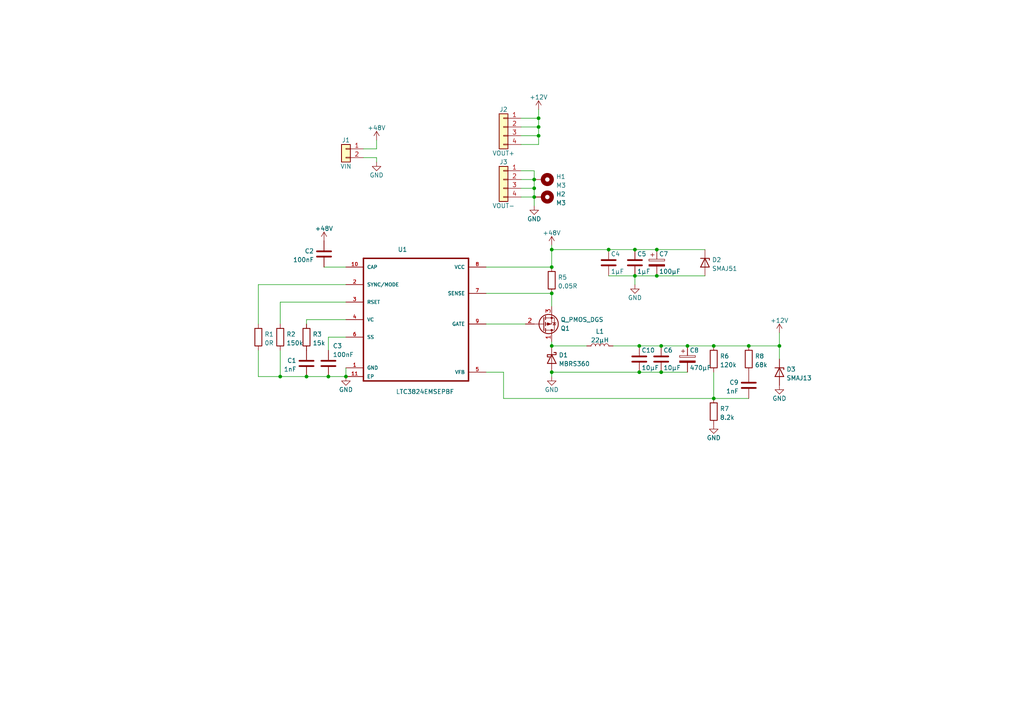
<source format=kicad_sch>
(kicad_sch (version 20211123) (generator eeschema)
  (paper "A4")
  (title_block (title "48V -> 12V buck regulator") (date "2023-02-10") (rev "1") (company "Hacklab Jyväskylä / Petteri Aimonen"))
  (lib_symbols
    (symbol "Connector_Generic:Conn_01x02" (pin_names (offset 1.016) hide)
      (property "Reference" "J" (at 0 2.54 0))
      (property "Value" "Conn_01x02" (at 0 -5.08 0))
      (symbol "Conn_01x02_1_1"
        (rectangle (start -1.27 -2.413) (end 0 -2.667) (stroke (width 0.1524)))
        (rectangle (start -1.27 0.127) (end 0 -0.127) (stroke (width 0.1524)))
        (rectangle (start -1.27 1.27) (end 1.27 -3.81) (stroke (width 0.254)) (fill (type background)))
        (pin passive line (at -5.08 0 0) (length 3.81) (name "Pin_1") (number "1"))
        (pin passive line (at -5.08 -2.54 0) (length 3.81) (name "Pin_2") (number "2"))
      )
    )
    (symbol "Connector_Generic:Conn_01x04" (pin_names (offset 1.016) hide)
      (property "Reference" "J" (at 0 5.08 0))
      (property "Value" "Conn_01x04" (at 0 -7.62 0))
      (symbol "Conn_01x04_1_1"
        (rectangle (start -1.27 -4.953) (end 0 -5.207) (stroke (width 0.1524)))
        (rectangle (start -1.27 -2.413) (end 0 -2.667) (stroke (width 0.1524)))
        (rectangle (start -1.27 0.127) (end 0 -0.127) (stroke (width 0.1524)))
        (rectangle (start -1.27 2.667) (end 0 2.413) (stroke (width 0.1524)))
        (rectangle (start -1.27 3.81) (end 1.27 -6.35) (stroke (width 0.254)) (fill (type background)))
        (pin passive line (at -5.08 2.54 0) (length 3.81) (name "Pin_1") (number "1"))
        (pin passive line (at -5.08 0 0) (length 3.81) (name "Pin_2") (number "2"))
        (pin passive line (at -5.08 -2.54 0) (length 3.81) (name "Pin_3") (number "3"))
        (pin passive line (at -5.08 -5.08 0) (length 3.81) (name "Pin_4") (number "4"))
      )
    )
    (symbol "Device:C" (pin_numbers hide) (pin_names (offset 0.254))
      (property "Reference" "C" (at 0.635 2.54 0))
      (property "Value" "C" (at 0.635 -2.54 0))
      (symbol "C_0_1"
        (polyline (pts (xy -2.032 -0.762) (xy 2.032 -0.762)) (stroke (width 0.508)))
        (polyline (pts (xy -2.032 0.762) (xy 2.032 0.762)) (stroke (width 0.508)))
      )
      (symbol "C_1_1"
        (pin passive line (at 0 3.81 270) (length 2.794) (name "~") (number "1"))
        (pin passive line (at 0 -3.81 90) (length 2.794) (name "~") (number "2"))
      )
    )
    (symbol "Device:C_Polarized" (pin_numbers hide) (pin_names (offset 0.254))
      (property "Reference" "C" (at 0.635 2.54 0))
      (property "Value" "C_Polarized" (at 0.635 -2.54 0))
      (symbol "C_Polarized_0_1"
        (rectangle (start -2.286 0.508) (end 2.286 1.016))
        (polyline (pts (xy -1.778 2.286) (xy -0.762 2.286)))
        (polyline (pts (xy -1.27 2.794) (xy -1.27 1.778)))
        (rectangle (start 2.286 -0.508) (end -2.286 -1.016) (fill (type outline)))
      )
      (symbol "C_Polarized_1_1"
        (pin passive line (at 0 3.81 270) (length 2.794) (name "~") (number "1"))
        (pin passive line (at 0 -3.81 90) (length 2.794) (name "~") (number "2"))
      )
    )
    (symbol "Device:D_Schottky" (pin_numbers hide) (pin_names (offset 1.016) hide)
      (property "Reference" "D" (at 0 2.54 0))
      (property "Value" "D_Schottky" (at 0 -2.54 0))
      (symbol "D_Schottky_0_1"
        (polyline (pts (xy 1.27 0) (xy -1.27 0)))
        (polyline (pts (xy 1.27 1.27) (xy 1.27 -1.27) (xy -1.27 0) (xy 1.27 1.27)) (stroke (width 0.254)))
        (polyline (pts (xy -1.905 0.635) (xy -1.905 1.27) (xy -1.27 1.27) (xy -1.27 -1.27) (xy -0.635 -1.27) (xy -0.635 -0.635)) (stroke (width 0.254)))
      )
      (symbol "D_Schottky_1_1"
        (pin passive line (at -3.81 0 0) (length 2.54) (name "K") (number "1"))
        (pin passive line (at 3.81 0 180) (length 2.54) (name "A") (number "2"))
      )
    )
    (symbol "Device:D_Zener" (pin_numbers hide) (pin_names (offset 1.016) hide)
      (property "Reference" "D" (at 0 2.54 0))
      (property "Value" "D_Zener" (at 0 -2.54 0))
      (symbol "D_Zener_0_1"
        (polyline (pts (xy 1.27 0) (xy -1.27 0)))
        (polyline (pts (xy -1.27 -1.27) (xy -1.27 1.27) (xy -0.762 1.27)) (stroke (width 0.254)))
        (polyline (pts (xy 1.27 -1.27) (xy 1.27 1.27) (xy -1.27 0) (xy 1.27 -1.27)) (stroke (width 0.254)))
      )
      (symbol "D_Zener_1_1"
        (pin passive line (at -3.81 0 0) (length 2.54) (name "K") (number "1"))
        (pin passive line (at 3.81 0 180) (length 2.54) (name "A") (number "2"))
      )
    )
    (symbol "Device:L" (pin_numbers hide) (pin_names (offset 1.016) hide)
      (property "Reference" "L" (at -1.27 0 90))
      (property "Value" "L" (at 1.905 0 90))
      (symbol "L_0_1"
        (arc (start 0 -2.54) (mid 0.635 -1.905) (end 0 -1.27))
        (arc (start 0 -1.27) (mid 0.635 -0.635) (end 0 0))
        (arc (start 0 0) (mid 0.635 0.635) (end 0 1.27))
        (arc (start 0 1.27) (mid 0.635 1.905) (end 0 2.54))
      )
      (symbol "L_1_1"
        (pin passive line (at 0 3.81 270) (length 1.27) (name "1") (number "1"))
        (pin passive line (at 0 -3.81 90) (length 1.27) (name "2") (number "2"))
      )
    )
    (symbol "Device:Q_PMOS_DGS" (pin_names (offset 0) hide)
      (property "Reference" "Q" (at 5.08 1.27 0))
      (property "Value" "Q_PMOS_DGS" (at 5.08 -1.27 0))
      (symbol "Q_PMOS_DGS_0_1"
        (polyline (pts (xy 0.254 0) (xy -2.54 0)))
        (polyline (pts (xy 0.254 1.905) (xy 0.254 -1.905)) (stroke (width 0.254)))
        (polyline (pts (xy 0.762 -1.27) (xy 0.762 -2.286)) (stroke (width 0.254)))
        (polyline (pts (xy 0.762 0.508) (xy 0.762 -0.508)) (stroke (width 0.254)))
        (polyline (pts (xy 0.762 2.286) (xy 0.762 1.27)) (stroke (width 0.254)))
        (polyline (pts (xy 2.54 2.54) (xy 2.54 1.778)))
        (polyline (pts (xy 2.54 -2.54) (xy 2.54 0) (xy 0.762 0)))
        (polyline (pts (xy 0.762 1.778) (xy 3.302 1.778) (xy 3.302 -1.778) (xy 0.762 -1.778)))
        (polyline (pts (xy 2.286 0) (xy 1.27 0.381) (xy 1.27 -0.381) (xy 2.286 0)) (fill (type outline)))
        (polyline (pts (xy 2.794 -0.508) (xy 2.921 -0.381) (xy 3.683 -0.381) (xy 3.81 -0.254)))
        (polyline (pts (xy 3.302 -0.381) (xy 2.921 0.254) (xy 3.683 0.254) (xy 3.302 -0.381)))
        (circle (center 1.651 0) (radius 2.794) (stroke (width 0.254)))
        (circle (center 2.54 -1.778) (radius 0.254) (fill (type outline)))
        (circle (center 2.54 1.778) (radius 0.254) (fill (type outline)))
      )
      (symbol "Q_PMOS_DGS_1_1"
        (pin passive line (at 2.54 5.08 270) (length 2.54) (name "D") (number "1"))
        (pin input line (at -5.08 0 0) (length 2.54) (name "G") (number "2"))
        (pin passive line (at 2.54 -5.08 90) (length 2.54) (name "S") (number "3"))
      )
    )
    (symbol "Device:R" (pin_numbers hide) (pin_names (offset 0))
      (property "Reference" "R" (at 2.032 0 90))
      (property "Value" "R" (at 0 0 90))
      (symbol "R_0_1"
        (rectangle (start -1.016 -2.54) (end 1.016 2.54) (stroke (width 0.254)))
      )
      (symbol "R_1_1"
        (pin passive line (at 0 3.81 270) (length 1.27) (name "~") (number "1"))
        (pin passive line (at 0 -3.81 90) (length 1.27) (name "~") (number "2"))
      )
    )
    (symbol "Mechanical:MountingHole_Pad" (pin_numbers hide) (pin_names (offset 1.016) hide)
      (property "Reference" "H" (at 0 6.35 0))
      (property "Value" "MountingHole_Pad" (at 0 4.445 0))
      (symbol "MountingHole_Pad_0_1"
        (circle (center 0 1.27) (radius 1.27) (stroke (width 1.27)))
      )
      (symbol "MountingHole_Pad_1_1"
        (pin input line (at 0 -2.54 90) (length 2.54) (name "1") (number "1"))
      )
    )
    (symbol "buck_regulator:LTC3824EMSEPBF" (pin_names (offset 1.016))
      (property "Reference" "U" (at -5.2832 17.8054 0))
      (property "Value" "LTC3824EMSEPBF" (at -5.842 -23.4442 0))
      (symbol "LTC3824EMSEPBF_0_0"
        (polyline (pts (xy -15.24 -20.32) (xy 15.24 -20.32)) (stroke (width 0.4064)))
        (polyline (pts (xy -15.24 15.24) (xy -15.24 -20.32)) (stroke (width 0.4064)))
        (polyline (pts (xy 15.24 -20.32) (xy 15.24 15.24)) (stroke (width 0.4064)))
        (polyline (pts (xy 15.24 15.24) (xy -15.24 15.24)) (stroke (width 0.4064)))
        (pin passive line (at -20.32 -16.51 0) (length 5.08) (name "GND") (number "1"))
        (pin passive line (at -20.32 12.7 0) (length 5.08) (name "CAP") (number "10"))
        (pin passive line (at -20.32 -19.05 0) (length 5.08) (name "EP") (number "11"))
        (pin input line (at -20.32 7.62 0) (length 5.08) (name "SYNC/MODE") (number "2"))
        (pin input line (at -20.32 2.54 0) (length 5.08) (name "RSET") (number "3"))
        (pin output line (at -20.32 -2.54 0) (length 5.08) (name "VC") (number "4"))
        (pin input line (at 20.32 -17.78 180) (length 5.08) (name "VFB") (number "5"))
        (pin input line (at -20.32 -7.62 0) (length 5.08) (name "SS") (number "6"))
        (pin input line (at 20.32 5.08 180) (length 5.08) (name "SENSE") (number "7"))
        (pin input line (at 20.32 12.7 180) (length 5.08) (name "VCC") (number "8"))
        (pin output line (at 20.32 -3.81 180) (length 5.08) (name "GATE") (number "9"))
      )
    )
    (symbol "power:+12V" (power) (pin_names (offset 0))
      (property "Value" "+12V" (at 0 3.556 0))
      (symbol "+12V_0_1"
        (polyline (pts (xy -0.762 1.27) (xy 0 2.54)))
        (polyline (pts (xy 0 0) (xy 0 2.54)))
        (polyline (pts (xy 0 2.54) (xy 0.762 1.27)))
      )
      (symbol "+12V_1_1"
        (pin power_in line (at 0 0 90) (length 0) hide (name "+12V") (number "1"))
      )
    )
    (symbol "power:+48V" (power) (pin_names (offset 0))
      (property "Value" "+48V" (at 0 3.556 0))
      (symbol "+48V_0_1"
        (polyline (pts (xy -0.762 1.27) (xy 0 2.54)))
        (polyline (pts (xy 0 0) (xy 0 2.54)))
        (polyline (pts (xy 0 2.54) (xy 0.762 1.27)))
      )
      (symbol "+48V_1_1"
        (pin power_in line (at 0 0 90) (length 0) hide (name "+48V") (number "1"))
      )
    )
    (symbol "power:GND" (power) (pin_names (offset 0))
      (property "Value" "GND" (at 0 -3.81 0))
      (symbol "GND_0_1"
        (polyline (pts (xy 0 0) (xy 0 -1.27) (xy 1.27 -1.27) (xy 0 -2.54) (xy -1.27 -1.27) (xy 0 -1.27)))
      )
      (symbol "GND_1_1"
        (pin power_in line (at 0 0 270) (length 0) hide (name "GND") (number "1"))
      )
    )
  )
  (junction (at 185.42 107.95))
  (junction (at 100.33 109.22))
  (junction (at 95.25 109.22))
  (junction (at 154.94 52.07))
  (junction (at 184.15 80.01))
  (junction (at 81.28 109.22))
  (junction (at 156.21 39.37))
  (junction (at 154.94 54.61))
  (junction (at 160.02 77.47))
  (junction (at 184.15 72.39))
  (junction (at 191.77 100.33))
  (junction (at 190.5 80.01))
  (junction (at 185.42 100.33))
  (junction (at 160.02 107.95))
  (junction (at 156.21 34.29))
  (junction (at 160.02 100.33))
  (junction (at 156.21 36.83))
  (junction (at 190.5 72.39))
  (junction (at 207.01 115.57))
  (junction (at 88.9 109.22))
  (junction (at 226.06 100.33))
  (junction (at 207.01 100.33))
  (junction (at 160.02 85.09))
  (junction (at 176.53 72.39))
  (junction (at 154.94 57.15))
  (junction (at 217.17 100.33))
  (junction (at 199.39 100.33))
  (junction (at 191.77 107.95))
  (junction (at 160.02 72.39))
  (wire (pts (xy 176.53 80.01) (xy 184.15 80.01)))
  (wire (pts (xy 184.15 80.01) (xy 190.5 80.01)))
  (wire (pts (xy 160.02 71.12) (xy 160.02 72.39)))
  (wire (pts (xy 190.5 72.39) (xy 204.47 72.39)))
  (wire (pts (xy 105.41 43.18) (xy 109.22 43.18)))
  (wire (pts (xy 191.77 107.95) (xy 199.39 107.95)))
  (wire (pts (xy 151.13 34.29) (xy 156.21 34.29)))
  (wire (pts (xy 177.8 100.33) (xy 185.42 100.33)))
  (wire (pts (xy 88.9 109.22) (xy 95.25 109.22)))
  (wire (pts (xy 160.02 100.33) (xy 160.02 99.06)))
  (wire (pts (xy 74.93 109.22) (xy 81.28 109.22)))
  (wire (pts (xy 217.17 115.57) (xy 207.01 115.57)))
  (wire (pts (xy 100.33 106.68) (xy 100.33 109.22)))
  (wire (pts (xy 207.01 115.57) (xy 146.05 115.57)))
  (wire (pts (xy 176.53 72.39) (xy 184.15 72.39)))
  (wire (pts (xy 151.13 52.07) (xy 154.94 52.07)))
  (wire (pts (xy 154.94 49.53) (xy 154.94 52.07)))
  (wire (pts (xy 226.06 96.52) (xy 226.06 100.33)))
  (wire (pts (xy 156.21 31.75) (xy 156.21 34.29)))
  (wire (pts (xy 156.21 36.83) (xy 156.21 39.37)))
  (wire (pts (xy 190.5 80.01) (xy 204.47 80.01)))
  (wire (pts (xy 109.22 43.18) (xy 109.22 40.64)))
  (wire (pts (xy 74.93 82.55) (xy 100.33 82.55)))
  (wire (pts (xy 81.28 93.98) (xy 81.28 87.63)))
  (wire (pts (xy 226.06 100.33) (xy 217.17 100.33)))
  (wire (pts (xy 185.42 100.33) (xy 191.77 100.33)))
  (wire (pts (xy 95.25 97.79) (xy 95.25 101.6)))
  (wire (pts (xy 140.97 85.09) (xy 160.02 85.09)))
  (wire (pts (xy 207.01 100.33) (xy 217.17 100.33)))
  (wire (pts (xy 160.02 85.09) (xy 160.02 88.9)))
  (wire (pts (xy 207.01 107.95) (xy 207.01 115.57)))
  (wire (pts (xy 160.02 107.95) (xy 185.42 107.95)))
  (wire (pts (xy 185.42 107.95) (xy 191.77 107.95)))
  (wire (pts (xy 81.28 87.63) (xy 100.33 87.63)))
  (wire (pts (xy 74.93 101.6) (xy 74.93 109.22)))
  (wire (pts (xy 140.97 93.98) (xy 152.4 93.98)))
  (wire (pts (xy 100.33 92.71) (xy 88.9 92.71)))
  (wire (pts (xy 95.25 109.22) (xy 100.33 109.22)))
  (wire (pts (xy 170.18 100.33) (xy 160.02 100.33)))
  (wire (pts (xy 146.05 115.57) (xy 146.05 107.95)))
  (wire (pts (xy 156.21 34.29) (xy 156.21 36.83)))
  (wire (pts (xy 74.93 93.98) (xy 74.93 82.55)))
  (wire (pts (xy 154.94 54.61) (xy 154.94 57.15)))
  (wire (pts (xy 154.94 52.07) (xy 154.94 54.61)))
  (wire (pts (xy 109.22 45.72) (xy 105.41 45.72)))
  (wire (pts (xy 199.39 100.33) (xy 207.01 100.33)))
  (wire (pts (xy 140.97 77.47) (xy 160.02 77.47)))
  (wire (pts (xy 156.21 41.91) (xy 151.13 41.91)))
  (wire (pts (xy 191.77 100.33) (xy 199.39 100.33)))
  (wire (pts (xy 160.02 72.39) (xy 176.53 72.39)))
  (wire (pts (xy 88.9 92.71) (xy 88.9 93.98)))
  (wire (pts (xy 151.13 36.83) (xy 156.21 36.83)))
  (wire (pts (xy 156.21 39.37) (xy 156.21 41.91)))
  (wire (pts (xy 109.22 46.99) (xy 109.22 45.72)))
  (wire (pts (xy 151.13 54.61) (xy 154.94 54.61)))
  (wire (pts (xy 184.15 72.39) (xy 190.5 72.39)))
  (wire (pts (xy 160.02 107.95) (xy 160.02 109.22)))
  (wire (pts (xy 151.13 39.37) (xy 156.21 39.37)))
  (wire (pts (xy 93.98 77.47) (xy 100.33 77.47)))
  (wire (pts (xy 154.94 57.15) (xy 154.94 59.69)))
  (wire (pts (xy 151.13 57.15) (xy 154.94 57.15)))
  (wire (pts (xy 146.05 107.95) (xy 140.97 107.95)))
  (wire (pts (xy 81.28 109.22) (xy 81.28 101.6)))
  (wire (pts (xy 226.06 100.33) (xy 226.06 104.14)))
  (wire (pts (xy 151.13 49.53) (xy 154.94 49.53)))
  (wire (pts (xy 88.9 109.22) (xy 81.28 109.22)))
  (wire (pts (xy 160.02 72.39) (xy 160.02 77.47)))
  (wire (pts (xy 100.33 97.79) (xy 95.25 97.79)))
  (wire (pts (xy 184.15 82.55) (xy 184.15 80.01)))
  (symbol (lib_id "Device:C") (at 184.15 76.2 0) (unit 1)
    (property "Reference" "C5" (at 184.785 73.66 0) (effects (justify left)))
    (property "Value" "1µF" (at 184.785 78.74 0) (effects (justify left)))
    (property "Footprint" "Capacitor_SMD:C_1210_3225Metric" (effects hide))
  )
  (symbol (lib_id "power:GND") (at 100.33 109.22 0) (unit 1)
    (property "Reference" "#PWR0102" (effects hide))
    (property "Value" "GND" (at 100.33 113.03 0))
  )
  (symbol (lib_id "Device:R") (at 88.9 97.79 180) (unit 1)
    (property "Reference" "R3" (at 90.678 96.9553 0) (effects (justify right)))
    (property "Value" "15k" (at 90.678 99.4922 0) (effects (justify right)))
    (property "Footprint" "Resistor_SMD:R_0603_1608Metric" (effects hide))
  )
  (symbol (lib_id "Device:D_Schottky") (at 160.02 104.14 270) (unit 1)
    (property "Reference" "D1" (at 162.052 102.9878 90) (effects (justify left)))
    (property "Value" "MBRS360" (at 162.052 105.5247 90) (effects (justify left)))
    (property "Footprint" "Diode_SMD:D_SMC" (effects hide))
  )
  (symbol (lib_id "power:+12V") (at 156.21 31.75 0) (unit 1)
    (property "Reference" "#PWR0112" (effects hide))
    (property "Value" "+12V" (at 156.21 28.194 0))
  )
  (symbol (lib_id "Device:C_Polarized") (at 190.5 76.2 0) (unit 1)
    (property "Reference" "C7" (at 191.135 73.66 0) (effects (justify left)))
    (property "Value" "100µF" (at 191.135 78.74 0) (effects (justify left)))
    (property "Footprint" "Capacitor_THT:CP_Radial_D10.0mm_P5.00mm" (effects hide))
  )
  (symbol (lib_id "Device:C") (at 93.98 73.66 0) (unit 1)
    (property "Reference" "C2" (at 91.059 72.8253 0) (effects (justify right)))
    (property "Value" "100nF" (at 91.059 75.3622 0) (effects (justify right)))
    (property "Footprint" "Capacitor_SMD:C_0603_1608Metric" (effects hide))
  )
  (symbol (lib_id "Device:D_Zener") (at 226.06 107.95 270) (unit 1)
    (property "Reference" "D3" (at 228.092 107.1153 90) (effects (justify left)))
    (property "Value" "SMAJ13" (at 228.092 109.6522 90) (effects (justify left)))
    (property "Footprint" "Diode_SMD:D_SMA" (effects hide))
  )
  (symbol (lib_id "Device:R") (at 160.02 81.28 0) (unit 1)
    (property "Reference" "R5" (at 161.798 80.4453 0) (effects (justify left)))
    (property "Value" "0.05R" (at 161.798 82.9822 0) (effects (justify left)))
    (property "Footprint" "Resistor_SMD:R_2512_6332Metric" (effects hide))
  )
  (symbol (lib_id "Mechanical:MountingHole_Pad") (at 157.48 52.07 270) (unit 1)
    (property "Reference" "H1" (at 161.29 51.2353 90) (effects (justify left)))
    (property "Value" "M3" (at 161.29 53.7722 90) (effects (justify left)))
    (property "Footprint" "MountingHole:MountingHole_3.2mm_M3_Pad" (effects hide))
  )
  (symbol (lib_id "Device:R") (at 74.93 97.79 0) (unit 1)
    (property "Reference" "R1" (at 76.708 96.9553 0) (effects (justify left)))
    (property "Value" "0R" (at 76.708 99.4922 0) (effects (justify left)))
    (property "Footprint" "Resistor_SMD:R_0603_1608Metric" (effects hide))
  )
  (symbol (lib_id "power:GND") (at 160.02 109.22 0) (unit 1)
    (property "Reference" "#PWR0108" (effects hide))
    (property "Value" "GND" (at 160.02 113.03 0))
  )
  (symbol (lib_id "Device:C_Polarized") (at 199.39 104.14 0) (unit 1)
    (property "Reference" "C8" (at 200.025 101.6 0) (effects (justify left)))
    (property "Value" "470µF" (at 200.025 106.68 0) (effects (justify left)))
    (property "Footprint" "Capacitor_THT:CP_Radial_D10.0mm_P5.00mm" (effects hide))
  )
  (symbol (lib_id "power:+48V") (at 109.22 40.64 0) (unit 1)
    (property "Reference" "#PWR0104" (effects hide))
    (property "Value" "+48V" (at 109.22 37.084 0))
  )
  (symbol (lib_id "power:+48V") (at 93.98 69.85 0) (unit 1)
    (property "Reference" "#PWR0101" (effects hide))
    (property "Value" "+48V" (at 93.98 66.294 0))
  )
  (symbol (lib_id "power:+12V") (at 226.06 96.52 0) (unit 1)
    (property "Reference" "#PWR0105" (effects hide))
    (property "Value" "+12V" (at 226.06 92.964 0))
  )
  (symbol (lib_id "Mechanical:MountingHole_Pad") (at 157.48 57.15 270) (unit 1)
    (property "Reference" "H2" (at 161.29 56.3153 90) (effects (justify left)))
    (property "Value" "M3" (at 161.29 58.8522 90) (effects (justify left)))
    (property "Footprint" "MountingHole:MountingHole_3.2mm_M3_Pad" (effects hide))
  )
  (symbol (lib_id "Device:Q_PMOS_DGS") (at 157.48 93.98 0) (mirror x) (unit 1)
    (property "Reference" "Q1" (at 162.56 95.25 0) (effects (justify left)))
    (property "Value" "Q_PMOS_DGS" (at 162.56 92.71 0) (effects (justify left)))
    (property "Footprint" "buck_regulator:TSM680P06" (effects hide))
  )
  (symbol (lib_id "Device:D_Zener") (at 204.47 76.2 270) (unit 1)
    (property "Reference" "D2" (at 206.502 75.3653 90) (effects (justify left)))
    (property "Value" "SMAJ51" (at 206.502 77.9022 90) (effects (justify left)))
    (property "Footprint" "Diode_SMD:D_SMA" (effects hide))
  )
  (symbol (lib_id "Device:R") (at 207.01 119.38 0) (unit 1)
    (property "Reference" "R7" (at 208.788 118.5453 0) (effects (justify left)))
    (property "Value" "8.2k" (at 208.788 121.0822 0) (effects (justify left)))
    (property "Footprint" "Resistor_SMD:R_0603_1608Metric" (effects hide))
  )
  (symbol (lib_id "power:+48V") (at 160.02 71.12 0) (unit 1)
    (property "Reference" "#PWR0110" (effects hide))
    (property "Value" "+48V" (at 160.02 67.564 0))
  )
  (symbol (lib_id "power:GND") (at 154.94 59.69 0) (unit 1)
    (property "Reference" "#PWR0111" (effects hide))
    (property "Value" "GND" (at 154.94 63.5 0))
  )
  (symbol (lib_id "Device:L") (at 173.99 100.33 90) (unit 1)
    (property "Reference" "L1" (at 173.99 96.1222 90))
    (property "Value" "22µH" (at 173.99 98.6591 90))
    (property "Footprint" "Inductor_SMD:L_Wuerth_HCM-1390" (effects hide))
  )
  (symbol (lib_id "Device:C") (at 176.53 76.2 0) (unit 1)
    (property "Reference" "C4" (at 177.165 73.66 0) (effects (justify left)))
    (property "Value" "1µF" (at 177.165 78.74 0) (effects (justify left)))
    (property "Footprint" "Capacitor_SMD:C_1210_3225Metric" (effects hide))
  )
  (symbol (lib_id "Device:C") (at 95.25 105.41 0) (unit 1)
    (property "Reference" "C3" (at 96.52 100.33 0) (effects (justify left)))
    (property "Value" "100nF" (at 96.52 102.87 0) (effects (justify left)))
    (property "Footprint" "Capacitor_SMD:C_0603_1608Metric" (effects hide))
  )
  (symbol (lib_id "Connector_Generic:Conn_01x04") (at 146.05 52.07 0) (mirror y) (unit 1)
    (property "Reference" "J3" (at 146.05 46.99 0))
    (property "Value" "VOUT-" (at 146.05 59.69 0))
    (property "Footprint" "TerminalBlock_Phoenix:TerminalBlock_Phoenix_PT-1,5-4-5.0-H_1x04_P5.00mm_Horizontal" (effects hide))
  )
  (symbol (lib_id "power:GND") (at 207.01 123.19 0) (unit 1)
    (property "Reference" "#PWR0106" (effects hide))
    (property "Value" "GND" (at 207.01 127 0))
  )
  (symbol (lib_id "power:GND") (at 184.15 82.55 0) (unit 1)
    (property "Reference" "#PWR0109" (effects hide))
    (property "Value" "GND" (at 184.15 86.36 0))
  )
  (symbol (lib_id "buck_regulator:LTC3824EMSEPBF") (at 120.65 90.17 0) (unit 1)
    (property "Reference" "U1" (at 115.3668 72.3646 0) (effects (justify left)))
    (property "Value" "LTC3824EMSEPBF" (at 114.808 113.6142 0) (effects (justify left)))
    (property "Footprint" "Package_SO:MSOP-10-1EP_3x3mm_P0.5mm_EP1.68x1.88mm" (effects hide))
  )
  (symbol (lib_id "Connector_Generic:Conn_01x02") (at 100.33 43.18 0) (mirror y) (unit 1)
    (property "Reference" "J1" (at 100.33 40.64 0))
    (property "Value" "VIN" (at 100.33 48.26 0))
    (property "Footprint" "TerminalBlock_Phoenix:TerminalBlock_Phoenix_PT-1,5-2-5.0-H_1x02_P5.00mm_Horizontal" (effects hide))
  )
  (symbol (lib_id "power:GND") (at 109.22 46.99 0) (unit 1)
    (property "Reference" "#PWR0103" (effects hide))
    (property "Value" "GND" (at 109.22 50.8 0))
  )
  (symbol (lib_id "Device:C") (at 185.42 104.14 0) (unit 1)
    (property "Reference" "C10" (at 186.055 101.6 0) (effects (justify left)))
    (property "Value" "10µF" (at 186.055 106.68 0) (effects (justify left)))
    (property "Footprint" "Capacitor_SMD:C_1206_3216Metric" (effects hide))
  )
  (symbol (lib_id "Device:R") (at 207.01 104.14 0) (unit 1)
    (property "Reference" "R6" (at 208.788 103.3053 0) (effects (justify left)))
    (property "Value" "120k" (at 208.788 105.8422 0) (effects (justify left)))
    (property "Footprint" "Resistor_SMD:R_0603_1608Metric" (effects hide))
  )
  (symbol (lib_id "Device:C") (at 217.17 111.76 0) (unit 1)
    (property "Reference" "C9" (at 214.249 110.9253 0) (effects (justify right)))
    (property "Value" "1nF" (at 214.249 113.4622 0) (effects (justify right)))
    (property "Footprint" "Capacitor_SMD:C_0603_1608Metric" (effects hide))
  )
  (symbol (lib_id "Device:R") (at 81.28 97.79 0) (unit 1)
    (property "Reference" "R2" (at 83.058 96.9553 0) (effects (justify left)))
    (property "Value" "150k" (at 83.058 99.4922 0) (effects (justify left)))
    (property "Footprint" "Resistor_SMD:R_0603_1608Metric" (effects hide))
  )
  (symbol (lib_id "Device:C") (at 88.9 105.41 0) (unit 1)
    (property "Reference" "C1" (at 85.979 104.5753 0) (effects (justify right)))
    (property "Value" "1nF" (at 85.979 107.1122 0) (effects (justify right)))
    (property "Footprint" "Capacitor_SMD:C_0603_1608Metric" (effects hide))
  )
  (symbol (lib_id "Device:R") (at 217.17 104.14 0) (unit 1)
    (property "Reference" "R8" (at 218.948 103.3053 0) (effects (justify left)))
    (property "Value" "68k" (at 218.948 105.8422 0) (effects (justify left)))
    (property "Footprint" "Resistor_SMD:R_0603_1608Metric" (effects hide))
  )
  (symbol (lib_id "Device:C") (at 191.77 104.14 0) (unit 1)
    (property "Reference" "C6" (at 192.405 101.6 0) (effects (justify left)))
    (property "Value" "10µF" (at 192.405 106.68 0) (effects (justify left)))
    (property "Footprint" "Capacitor_SMD:C_1206_3216Metric" (effects hide))
  )
  (symbol (lib_id "power:GND") (at 226.06 111.76 0) (unit 1)
    (property "Reference" "#PWR0107" (effects hide))
    (property "Value" "GND" (at 226.06 115.57 0))
  )
  (symbol (lib_id "Connector_Generic:Conn_01x04") (at 146.05 36.83 0) (mirror y) (unit 1)
    (property "Reference" "J2" (at 146.05 31.75 0))
    (property "Value" "VOUT+" (at 146.05 44.45 0))
    (property "Footprint" "TerminalBlock_Phoenix:TerminalBlock_Phoenix_PT-1,5-4-5.0-H_1x04_P5.00mm_Horizontal" (effects hide))
  )
)
</source>
